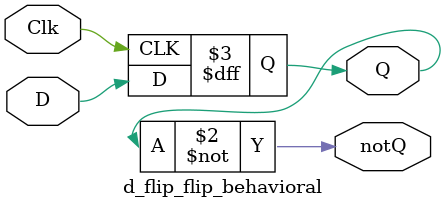
<source format=v>
`timescale 1ns / 1ps
`default_nettype none

/* Verilog behavioral model of a flip-flop without enable.
   The lab FPGA prefers this sort of storage element over the D-latch */
   
module d_flip_flip_behavioral(
    output reg Q,
    output wire notQ,
    input wire D,
    input wire Clk // clock is trigger signal     
);

    /* describe behavior of D flip-flop */
    always@ (posedge Clk) // trigger edge is the positive (rising) edge
        Q <= D; // non-blocking assignment
        
    assign notQ = ~Q; // obvious
    
endmodule

</source>
